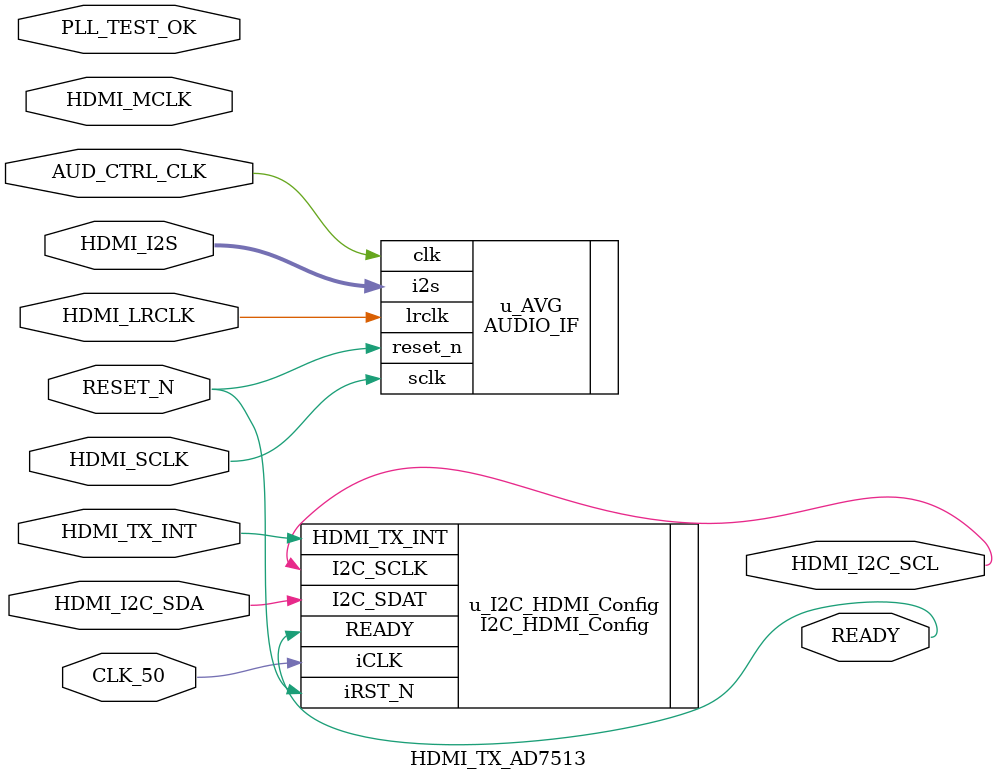
<source format=v>


module HDMI_TX_AD7513(
      input              AUD_CTRL_CLK, 
      input              PLL_TEST_OK,
      input              RESET_N , 
      ///////// FPGA /////////
      input              CLK_50,

      ///////// HDMI /////////
      output             HDMI_I2C_SCL,
      inout              HDMI_I2C_SDA,
		
      inout       [3:0]  HDMI_I2S,
      inout              HDMI_LRCLK,
      inout              HDMI_MCLK,
      inout              HDMI_SCLK,
		
      input              HDMI_TX_INT,
		output             READY 
		

);


//=======================================================
//  REG/WIRE declarations
//=======================================================


//=======================================================
//  Structural coding
//=======================================================

//HDMI I2C	
I2C_HDMI_Config u_I2C_HDMI_Config (
	.iCLK       ( CLK_50      ),
	.iRST_N     ( RESET_N ),
	.I2C_SCLK   ( HDMI_I2C_SCL),
	.I2C_SDAT   ( HDMI_I2C_SDA),
	.HDMI_TX_INT( HDMI_TX_INT ),
	.READY      ( READY )
	 );

	//Audio
AUDIO_IF u_AVG(
	.clk     ( AUD_CTRL_CLK),
	.reset_n ( RESET_N    ),
	.sclk    ( HDMI_SCLK  ),
	.lrclk   ( HDMI_LRCLK ),
	.i2s     ( HDMI_I2S   )
);

endmodule

</source>
